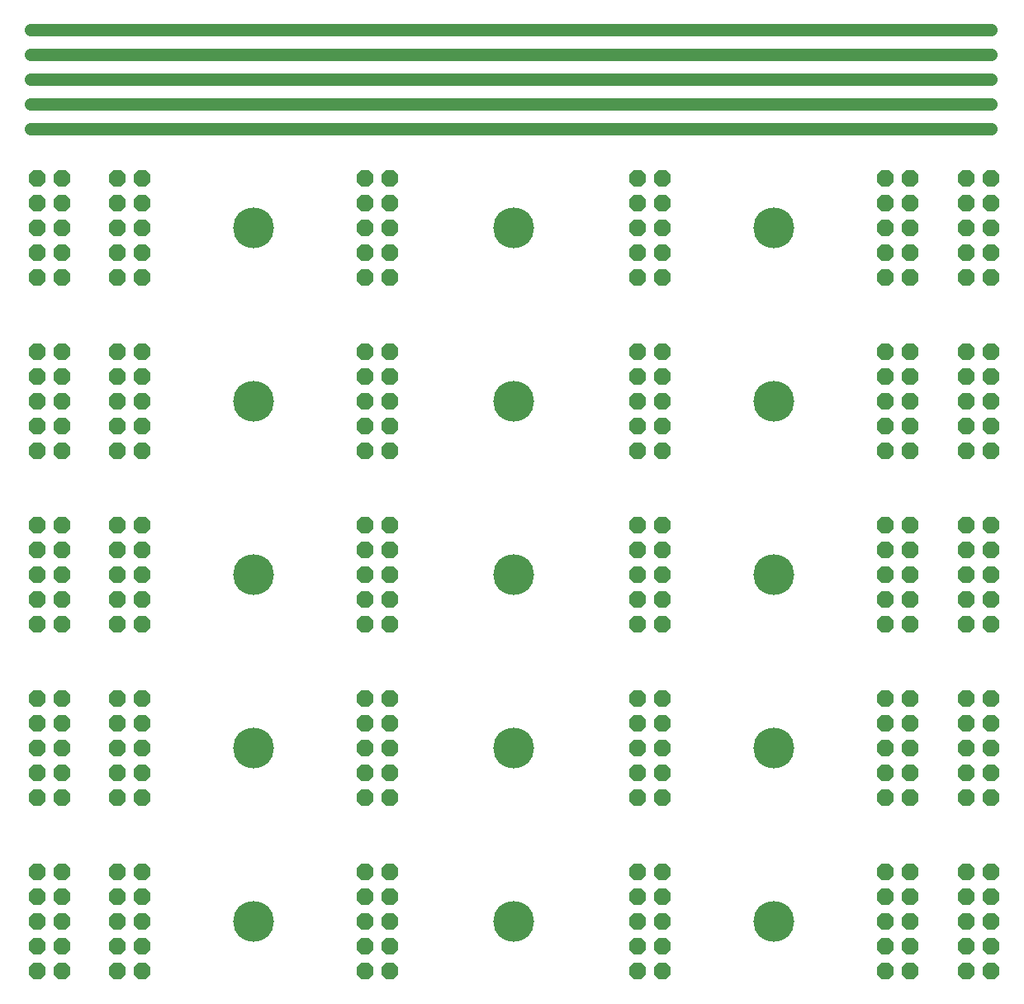
<source format=gts>
G75*
%MOIN*%
%OFA0B0*%
%FSLAX24Y24*%
%IPPOS*%
%LPD*%
%AMOC8*
5,1,8,0,0,1.08239X$1,22.5*
%
%ADD10C,0.1650*%
%ADD11C,0.0500*%
%ADD12OC8,0.0680*%
D10*
X010930Y008430D03*
X010930Y015430D03*
X010930Y022430D03*
X010930Y029430D03*
X010930Y036430D03*
X021430Y036430D03*
X021430Y029430D03*
X021430Y022430D03*
X021430Y015430D03*
X021430Y008430D03*
X031930Y008430D03*
X031930Y015430D03*
X031930Y022430D03*
X031930Y029430D03*
X031930Y036430D03*
D11*
X040680Y040430D02*
X001930Y040430D01*
X001930Y041430D02*
X040680Y041430D01*
X040680Y042430D02*
X001930Y042430D01*
X001930Y043430D02*
X040680Y043430D01*
X040680Y044430D02*
X001930Y044430D01*
D12*
X002180Y006430D03*
X002180Y007430D03*
X002180Y008430D03*
X002180Y009430D03*
X002180Y010430D03*
X003180Y010430D03*
X003180Y009430D03*
X003180Y008430D03*
X003180Y007430D03*
X003180Y006430D03*
X005430Y006430D03*
X005430Y007430D03*
X005430Y008430D03*
X005430Y009430D03*
X005430Y010430D03*
X006430Y010430D03*
X006430Y009430D03*
X006430Y008430D03*
X006430Y007430D03*
X006430Y006430D03*
X006430Y013430D03*
X006430Y014430D03*
X006430Y015430D03*
X006430Y016430D03*
X006430Y017430D03*
X005430Y017430D03*
X005430Y016430D03*
X005430Y015430D03*
X005430Y014430D03*
X005430Y013430D03*
X003180Y013430D03*
X003180Y014430D03*
X003180Y015430D03*
X003180Y016430D03*
X003180Y017430D03*
X002180Y017430D03*
X002180Y016430D03*
X002180Y015430D03*
X002180Y014430D03*
X002180Y013430D03*
X002180Y020430D03*
X002180Y021430D03*
X002180Y022430D03*
X002180Y023430D03*
X002180Y024430D03*
X003180Y024430D03*
X003180Y023430D03*
X003180Y022430D03*
X003180Y021430D03*
X003180Y020430D03*
X005430Y020430D03*
X005430Y021430D03*
X005430Y022430D03*
X005430Y023430D03*
X005430Y024430D03*
X006430Y024430D03*
X006430Y023430D03*
X006430Y022430D03*
X006430Y021430D03*
X006430Y020430D03*
X006430Y027430D03*
X006430Y028430D03*
X006430Y029430D03*
X006430Y030430D03*
X006430Y031430D03*
X005430Y031430D03*
X005430Y030430D03*
X005430Y029430D03*
X005430Y028430D03*
X005430Y027430D03*
X003180Y027430D03*
X003180Y028430D03*
X003180Y029430D03*
X003180Y030430D03*
X003180Y031430D03*
X002180Y031430D03*
X002180Y030430D03*
X002180Y029430D03*
X002180Y028430D03*
X002180Y027430D03*
X002180Y034430D03*
X002180Y035430D03*
X002180Y036430D03*
X002180Y037430D03*
X002180Y038430D03*
X003180Y038430D03*
X003180Y037430D03*
X003180Y036430D03*
X003180Y035430D03*
X003180Y034430D03*
X005430Y034430D03*
X005430Y035430D03*
X005430Y036430D03*
X005430Y037430D03*
X005430Y038430D03*
X006430Y038430D03*
X006430Y037430D03*
X006430Y036430D03*
X006430Y035430D03*
X006430Y034430D03*
X015430Y034430D03*
X015430Y035430D03*
X015430Y036430D03*
X015430Y037430D03*
X015430Y038430D03*
X016430Y038430D03*
X016430Y037430D03*
X016430Y036430D03*
X016430Y035430D03*
X016430Y034430D03*
X016430Y031430D03*
X016430Y030430D03*
X016430Y029430D03*
X016430Y028430D03*
X016430Y027430D03*
X015430Y027430D03*
X015430Y028430D03*
X015430Y029430D03*
X015430Y030430D03*
X015430Y031430D03*
X015430Y024430D03*
X015430Y023430D03*
X015430Y022430D03*
X015430Y021430D03*
X015430Y020430D03*
X016430Y020430D03*
X016430Y021430D03*
X016430Y022430D03*
X016430Y023430D03*
X016430Y024430D03*
X016430Y017430D03*
X016430Y016430D03*
X016430Y015430D03*
X016430Y014430D03*
X016430Y013430D03*
X015430Y013430D03*
X015430Y014430D03*
X015430Y015430D03*
X015430Y016430D03*
X015430Y017430D03*
X015430Y010430D03*
X015430Y009430D03*
X015430Y008430D03*
X015430Y007430D03*
X015430Y006430D03*
X016430Y006430D03*
X016430Y007430D03*
X016430Y008430D03*
X016430Y009430D03*
X016430Y010430D03*
X026430Y010430D03*
X026430Y009430D03*
X026430Y008430D03*
X026430Y007430D03*
X026430Y006430D03*
X027430Y006430D03*
X027430Y007430D03*
X027430Y008430D03*
X027430Y009430D03*
X027430Y010430D03*
X027430Y013430D03*
X027430Y014430D03*
X027430Y015430D03*
X027430Y016430D03*
X027430Y017430D03*
X026430Y017430D03*
X026430Y016430D03*
X026430Y015430D03*
X026430Y014430D03*
X026430Y013430D03*
X026430Y020430D03*
X026430Y021430D03*
X026430Y022430D03*
X026430Y023430D03*
X026430Y024430D03*
X027430Y024430D03*
X027430Y023430D03*
X027430Y022430D03*
X027430Y021430D03*
X027430Y020430D03*
X027430Y027430D03*
X027430Y028430D03*
X027430Y029430D03*
X027430Y030430D03*
X027430Y031430D03*
X026430Y031430D03*
X026430Y030430D03*
X026430Y029430D03*
X026430Y028430D03*
X026430Y027430D03*
X026430Y034430D03*
X026430Y035430D03*
X026430Y036430D03*
X026430Y037430D03*
X026430Y038430D03*
X027430Y038430D03*
X027430Y037430D03*
X027430Y036430D03*
X027430Y035430D03*
X027430Y034430D03*
X036430Y034430D03*
X036430Y035430D03*
X036430Y036430D03*
X036430Y037430D03*
X036430Y038430D03*
X037430Y038430D03*
X037430Y037430D03*
X037430Y036430D03*
X037430Y035430D03*
X037430Y034430D03*
X039680Y034430D03*
X039680Y035430D03*
X039680Y036430D03*
X039680Y037430D03*
X039680Y038430D03*
X040680Y038430D03*
X040680Y037430D03*
X040680Y036430D03*
X040680Y035430D03*
X040680Y034430D03*
X040680Y031430D03*
X040680Y030430D03*
X040680Y029430D03*
X040680Y028430D03*
X040680Y027430D03*
X039680Y027430D03*
X039680Y028430D03*
X039680Y029430D03*
X039680Y030430D03*
X039680Y031430D03*
X037430Y031430D03*
X037430Y030430D03*
X037430Y029430D03*
X037430Y028430D03*
X037430Y027430D03*
X036430Y027430D03*
X036430Y028430D03*
X036430Y029430D03*
X036430Y030430D03*
X036430Y031430D03*
X036430Y024430D03*
X036430Y023430D03*
X036430Y022430D03*
X036430Y021430D03*
X036430Y020430D03*
X037430Y020430D03*
X037430Y021430D03*
X037430Y022430D03*
X037430Y023430D03*
X037430Y024430D03*
X039680Y024430D03*
X039680Y023430D03*
X039680Y022430D03*
X039680Y021430D03*
X039680Y020430D03*
X040680Y020430D03*
X040680Y021430D03*
X040680Y022430D03*
X040680Y023430D03*
X040680Y024430D03*
X040680Y017430D03*
X040680Y016430D03*
X040680Y015430D03*
X040680Y014430D03*
X040680Y013430D03*
X039680Y013430D03*
X039680Y014430D03*
X039680Y015430D03*
X039680Y016430D03*
X039680Y017430D03*
X037430Y017430D03*
X037430Y016430D03*
X037430Y015430D03*
X037430Y014430D03*
X037430Y013430D03*
X036430Y013430D03*
X036430Y014430D03*
X036430Y015430D03*
X036430Y016430D03*
X036430Y017430D03*
X036430Y010430D03*
X036430Y009430D03*
X036430Y008430D03*
X036430Y007430D03*
X036430Y006430D03*
X037430Y006430D03*
X037430Y007430D03*
X037430Y008430D03*
X037430Y009430D03*
X037430Y010430D03*
X039680Y010430D03*
X039680Y009430D03*
X039680Y008430D03*
X039680Y007430D03*
X039680Y006430D03*
X040680Y006430D03*
X040680Y007430D03*
X040680Y008430D03*
X040680Y009430D03*
X040680Y010430D03*
M02*

</source>
